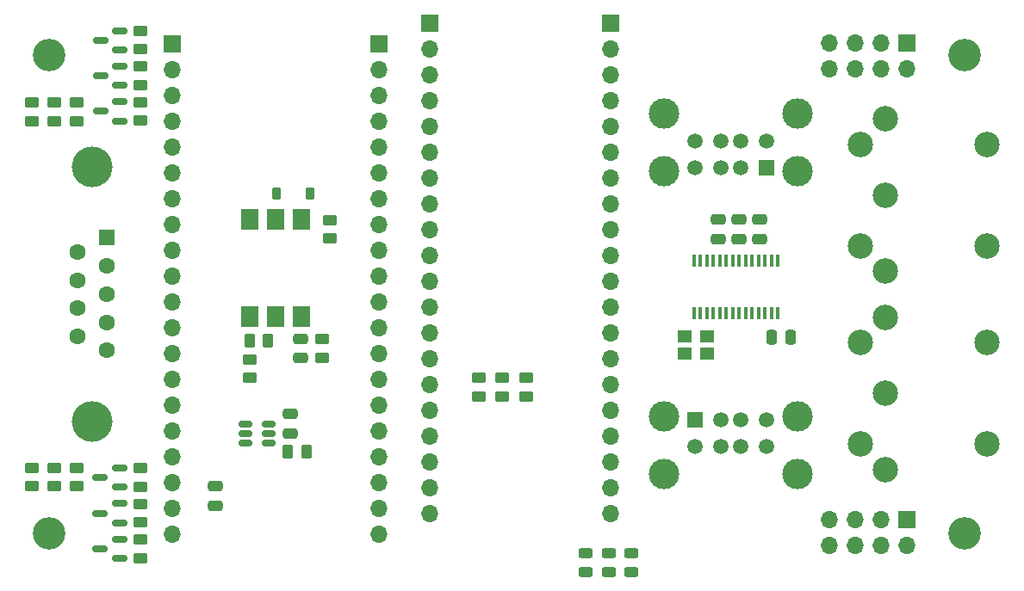
<source format=gts>
G04 #@! TF.GenerationSoftware,KiCad,Pcbnew,8.0.4+dfsg-1*
G04 #@! TF.CreationDate,2025-03-28T09:18:01+01:00*
G04 #@! TF.ProjectId,MiSTeryShield20kRPiPicoUSB,4d695354-6572-4795-9368-69656c643230,V2*
G04 #@! TF.SameCoordinates,Original*
G04 #@! TF.FileFunction,Soldermask,Top*
G04 #@! TF.FilePolarity,Negative*
%FSLAX46Y46*%
G04 Gerber Fmt 4.6, Leading zero omitted, Abs format (unit mm)*
G04 Created by KiCad (PCBNEW 8.0.4+dfsg-1) date 2025-03-28 09:18:01*
%MOMM*%
%LPD*%
G01*
G04 APERTURE LIST*
G04 Aperture macros list*
%AMRoundRect*
0 Rectangle with rounded corners*
0 $1 Rounding radius*
0 $2 $3 $4 $5 $6 $7 $8 $9 X,Y pos of 4 corners*
0 Add a 4 corners polygon primitive as box body*
4,1,4,$2,$3,$4,$5,$6,$7,$8,$9,$2,$3,0*
0 Add four circle primitives for the rounded corners*
1,1,$1+$1,$2,$3*
1,1,$1+$1,$4,$5*
1,1,$1+$1,$6,$7*
1,1,$1+$1,$8,$9*
0 Add four rect primitives between the rounded corners*
20,1,$1+$1,$2,$3,$4,$5,0*
20,1,$1+$1,$4,$5,$6,$7,0*
20,1,$1+$1,$6,$7,$8,$9,0*
20,1,$1+$1,$8,$9,$2,$3,0*%
G04 Aperture macros list end*
%ADD10RoundRect,0.250000X-0.450000X0.262500X-0.450000X-0.262500X0.450000X-0.262500X0.450000X0.262500X0*%
%ADD11RoundRect,0.250000X0.450000X-0.262500X0.450000X0.262500X-0.450000X0.262500X-0.450000X-0.262500X0*%
%ADD12R,1.700000X1.700000*%
%ADD13O,1.700000X1.700000*%
%ADD14RoundRect,0.250000X-0.475000X0.250000X-0.475000X-0.250000X0.475000X-0.250000X0.475000X0.250000X0*%
%ADD15RoundRect,0.150000X0.587500X0.150000X-0.587500X0.150000X-0.587500X-0.150000X0.587500X-0.150000X0*%
%ADD16C,3.200000*%
%ADD17R,1.400000X1.200000*%
%ADD18RoundRect,0.243750X-0.456250X0.243750X-0.456250X-0.243750X0.456250X-0.243750X0.456250X0.243750X0*%
%ADD19RoundRect,0.250000X-0.262500X-0.450000X0.262500X-0.450000X0.262500X0.450000X-0.262500X0.450000X0*%
%ADD20RoundRect,0.250000X0.475000X-0.250000X0.475000X0.250000X-0.475000X0.250000X-0.475000X-0.250000X0*%
%ADD21C,4.000000*%
%ADD22R,1.600000X1.600000*%
%ADD23C,1.600000*%
%ADD24R,1.780000X2.000000*%
%ADD25C,2.500000*%
%ADD26RoundRect,0.225000X0.225000X0.375000X-0.225000X0.375000X-0.225000X-0.375000X0.225000X-0.375000X0*%
%ADD27RoundRect,0.250000X0.250000X0.475000X-0.250000X0.475000X-0.250000X-0.475000X0.250000X-0.475000X0*%
%ADD28R,1.500000X1.500000*%
%ADD29C,1.500000*%
%ADD30C,3.000000*%
%ADD31R,0.400000X1.200000*%
%ADD32RoundRect,0.150000X-0.512500X-0.150000X0.512500X-0.150000X0.512500X0.150000X-0.512500X0.150000X0*%
G04 APERTURE END LIST*
D10*
X96632000Y-73520000D03*
X96632000Y-75345000D03*
D11*
X123792000Y-77162500D03*
X123792000Y-75337500D03*
D10*
X85892000Y-91237500D03*
X85892000Y-93062500D03*
D12*
X132122000Y-40390000D03*
D13*
X132122000Y-42930000D03*
X132122000Y-45470000D03*
X132122000Y-48010000D03*
X132122000Y-50550000D03*
X132122000Y-53090000D03*
X132122000Y-55630000D03*
X132122000Y-58170000D03*
X132122000Y-60710000D03*
X132122000Y-63250000D03*
X132122000Y-65790000D03*
X132122000Y-68330000D03*
X132122000Y-70870000D03*
X132122000Y-73410000D03*
X132122000Y-75950000D03*
X132122000Y-78490000D03*
X132122000Y-81030000D03*
X132122000Y-83570000D03*
X132122000Y-86110000D03*
X132122000Y-88650000D03*
D14*
X142692000Y-59750000D03*
X142692000Y-61650000D03*
D15*
X83829500Y-93100000D03*
X83829500Y-91200000D03*
X81954500Y-92150000D03*
D11*
X104492000Y-61612500D03*
X104492000Y-59787500D03*
D12*
X161232000Y-42400000D03*
D13*
X161232000Y-44940000D03*
X158692000Y-42400000D03*
X158692000Y-44940000D03*
X156152000Y-42400000D03*
X156152000Y-44940000D03*
X153612000Y-42400000D03*
X153612000Y-44940000D03*
D16*
X166892000Y-90600000D03*
D17*
X141592000Y-71250000D03*
X139392000Y-71250000D03*
X139392000Y-72950000D03*
X141592000Y-72950000D03*
D10*
X85904500Y-44687500D03*
X85904500Y-46512500D03*
D14*
X144759500Y-59750000D03*
X144759500Y-61650000D03*
D18*
X131952000Y-92562500D03*
X131952000Y-94437500D03*
D14*
X146792000Y-59750000D03*
X146792000Y-61650000D03*
D19*
X96619500Y-71670000D03*
X98444500Y-71670000D03*
D10*
X85892000Y-87737500D03*
X85892000Y-89562500D03*
D20*
X101682000Y-73370000D03*
X101682000Y-71470000D03*
D18*
X134192000Y-92562500D03*
X134192000Y-94437500D03*
D21*
X81152331Y-54590000D03*
X81152331Y-79590000D03*
D22*
X82572331Y-61550000D03*
D23*
X82572331Y-64320000D03*
X82572331Y-67090000D03*
X82572331Y-69860000D03*
X82572331Y-72630000D03*
X79732331Y-62935000D03*
X79732331Y-65705000D03*
X79732331Y-68475000D03*
X79732331Y-71245000D03*
D14*
X93292000Y-86000000D03*
X93292000Y-87900000D03*
D12*
X161212000Y-89250000D03*
D13*
X161212000Y-91790000D03*
X158672000Y-89250000D03*
X158672000Y-91790000D03*
X156132000Y-89250000D03*
X156132000Y-91790000D03*
X153592000Y-89250000D03*
X153592000Y-91790000D03*
D10*
X85904500Y-48187500D03*
X85904500Y-50012500D03*
D16*
X166892000Y-43600000D03*
D12*
X89022000Y-42450000D03*
D13*
X89022000Y-44990000D03*
X89022000Y-47530000D03*
X89022000Y-50070000D03*
X89022000Y-52610000D03*
X89022000Y-55150000D03*
X89022000Y-57690000D03*
X89022000Y-60230000D03*
X89022000Y-62770000D03*
X89022000Y-65310000D03*
X89022000Y-67850000D03*
X89022000Y-70390000D03*
X89022000Y-72930000D03*
X89022000Y-75470000D03*
X89022000Y-78010000D03*
X89022000Y-80550000D03*
X89022000Y-83090000D03*
X89022000Y-85630000D03*
X89022000Y-88170000D03*
X89022000Y-90710000D03*
D10*
X79592000Y-84187500D03*
X79592000Y-86012500D03*
D24*
X101722000Y-59755000D03*
X99182000Y-59755000D03*
X96642000Y-59755000D03*
X96642000Y-69285000D03*
X99182000Y-69285000D03*
X101722000Y-69285000D03*
D10*
X85892000Y-84237500D03*
X85892000Y-86062500D03*
D11*
X103732000Y-73332500D03*
X103732000Y-71507500D03*
D15*
X83829500Y-89600000D03*
X83829500Y-87700000D03*
X81954500Y-88650000D03*
D25*
X159142000Y-69350000D03*
X159142000Y-76850000D03*
X159142000Y-84350000D03*
X156642000Y-71850000D03*
X156642000Y-81850000D03*
X169142000Y-81850000D03*
X169142000Y-71850000D03*
D10*
X77392000Y-84187500D03*
X77392000Y-86012500D03*
D15*
X83829500Y-86100000D03*
X83829500Y-84200000D03*
X81954500Y-85150000D03*
D11*
X77392000Y-50062500D03*
X77392000Y-48237500D03*
D12*
X114341000Y-40400000D03*
D13*
X114341000Y-42940000D03*
X114341000Y-45480000D03*
X114341000Y-48020000D03*
X114341000Y-50560000D03*
X114341000Y-53100000D03*
X114341000Y-55640000D03*
X114341000Y-58180000D03*
X114341000Y-60720000D03*
X114341000Y-63260000D03*
X114341000Y-65800000D03*
X114341000Y-68340000D03*
X114341000Y-70880000D03*
X114341000Y-73420000D03*
X114341000Y-75960000D03*
X114341000Y-78500000D03*
X114341000Y-81040000D03*
X114341000Y-83580000D03*
X114341000Y-86120000D03*
X114341000Y-88660000D03*
D11*
X119202000Y-77162500D03*
X119202000Y-75337500D03*
D26*
X102582000Y-57170000D03*
X99282000Y-57170000D03*
D15*
X83842000Y-46550000D03*
X83842000Y-44650000D03*
X81967000Y-45600000D03*
D18*
X129642000Y-92562500D03*
X129642000Y-94437500D03*
D19*
X100392000Y-82600000D03*
X102217000Y-82600000D03*
D15*
X83842000Y-50050000D03*
X83842000Y-48150000D03*
X81967000Y-49100000D03*
D27*
X149842000Y-71300000D03*
X147942000Y-71300000D03*
D12*
X109342000Y-42450000D03*
D13*
X109342000Y-44990000D03*
X109342000Y-47530000D03*
X109342000Y-50070000D03*
X109342000Y-52610000D03*
X109342000Y-55150000D03*
X109342000Y-57690000D03*
X109342000Y-60230000D03*
X109342000Y-62770000D03*
X109342000Y-65310000D03*
X109342000Y-67850000D03*
X109342000Y-70390000D03*
X109342000Y-72930000D03*
X109342000Y-75470000D03*
X109342000Y-78010000D03*
X109342000Y-80550000D03*
X109342000Y-83090000D03*
X109342000Y-85630000D03*
X109342000Y-88170000D03*
X109342000Y-90710000D03*
D25*
X159142000Y-49850000D03*
X159142000Y-57350000D03*
X159142000Y-64850000D03*
X156642000Y-52350000D03*
X156642000Y-62350000D03*
X169142000Y-62350000D03*
X169142000Y-52350000D03*
D28*
X147442000Y-54680000D03*
D29*
X144942000Y-54680000D03*
X142942000Y-54680000D03*
X140442000Y-54680000D03*
X147442000Y-52060000D03*
X144942000Y-52060000D03*
X142942000Y-52060000D03*
X140442000Y-52060000D03*
D30*
X150512000Y-55030000D03*
X150512000Y-49350000D03*
X137372000Y-55030000D03*
X137372000Y-49350000D03*
D14*
X100592000Y-78900000D03*
X100592000Y-80800000D03*
D15*
X83842000Y-43050000D03*
X83842000Y-41150000D03*
X81967000Y-42100000D03*
D16*
X76892000Y-43600000D03*
D11*
X75192000Y-50062500D03*
X75192000Y-48237500D03*
D10*
X75192000Y-84187500D03*
X75192000Y-86012500D03*
X85904500Y-41187500D03*
X85904500Y-43012500D03*
D11*
X79592000Y-50062500D03*
X79592000Y-48237500D03*
D16*
X76892000Y-90600000D03*
D11*
X121492000Y-77162500D03*
X121492000Y-75337500D03*
D28*
X140442000Y-79470000D03*
D29*
X142942000Y-79470000D03*
X144942000Y-79470000D03*
X147442000Y-79470000D03*
X140442000Y-82090000D03*
X142942000Y-82090000D03*
X144942000Y-82090000D03*
X147442000Y-82090000D03*
D30*
X137372000Y-79120000D03*
X137372000Y-84800000D03*
X150512000Y-79120000D03*
X150512000Y-84800000D03*
D31*
X140314500Y-69000000D03*
X140949500Y-69000000D03*
X141584500Y-69000000D03*
X142219500Y-69000000D03*
X142854500Y-69000000D03*
X143489500Y-69000000D03*
X144124500Y-69000000D03*
X144759500Y-69000000D03*
X145394500Y-69000000D03*
X146029500Y-69000000D03*
X146664500Y-69000000D03*
X147299500Y-69000000D03*
X147934500Y-69000000D03*
X148569500Y-69000000D03*
X148569500Y-63800000D03*
X147934500Y-63800000D03*
X147299500Y-63800000D03*
X146664500Y-63800000D03*
X146029500Y-63800000D03*
X145394500Y-63800000D03*
X144759500Y-63800000D03*
X144124500Y-63800000D03*
X143489500Y-63800000D03*
X142854500Y-63800000D03*
X142219500Y-63800000D03*
X141584500Y-63800000D03*
X140949500Y-63800000D03*
X140314500Y-63800000D03*
D32*
X96204500Y-79850000D03*
X96204500Y-80800000D03*
X96204500Y-81750000D03*
X98479500Y-81750000D03*
X98479500Y-80800000D03*
X98479500Y-79850000D03*
M02*

</source>
